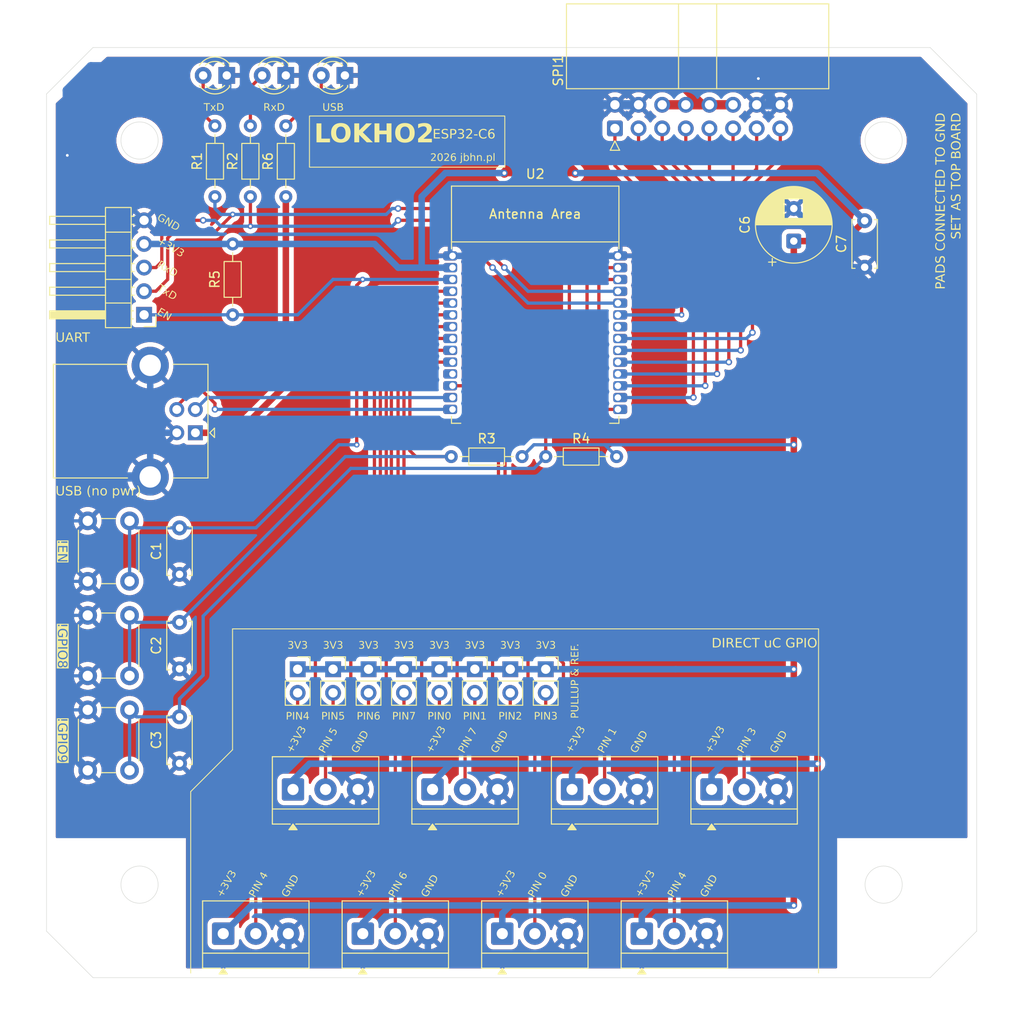
<source format=kicad_pcb>
(kicad_pcb (version 20241229) (generator "pcbnew") (generator_version "9.0")
  (layers (0 "F.Cu" signal) (2 "B.Cu" signal) (13 "F.Paste" user) (15 "B.Paste" user) (5 "F.SilkS" user "F.Silkscreen") (7 "B.SilkS" user "B.Silkscreen") (1 "F.Mask" user) (3 "B.Mask" user) (25 "Edge.Cuts" user))
  (net 0 "")
  (net 1 "SPI_MISO")
  (net 2 "GND")
  (net 3 "SPI_MOSI")
  (net 4 "SPI_SCK")
  (net 5 "SPI_S0")
  (net 6 "SPI_S1")
  (net 7 "SPI_S2")
  (net 8 "SPI_S3")
  (net 9 "GP")
  (net 10 "EN")
  (net 11 "GPIO8")
  (net 12 "GPIO9")
  (net 13 "+5V")
  (net 14 "Net-(D1-A)")
  (net 15 "Net-(D2-A)")
  (net 16 "Net-(D3-A)")
  (net 17 "U0Rxd")
  (net 18 "U0TxD")
  (net 19 "GPIO10")
  (net 20 "USBD-")
  (net 21 "USBD+")
  (net 22 "GPIO6")
  (net 23 "GPIO0")
  (net 25 "GPIO2")
  (net 26 "GPIO5")
  (net 27 "GPIO7")
  (net 28 "GPIO3")
  (net 29 "GPIO4")
  (net 30 "GPIO1")
  (net 31 "+3V3")
  (footprint "Connector_PinSocket_2.54mm:PinSocket_1x02_P2.54mm_Vertical" (layer "F.Cu") (at 138.43 116.84)
    (property "Reference" "J7" (hide yes))
    (property "Value" "PU")
  )
  (footprint "Connector_PinSocket_2.54mm:PinSocket_1x02_P2.54mm_Vertical" (layer "F.Cu") (at 134.62 116.84)
    (property "Reference" "J6" (hide yes))
    (property "Value" "PU")
  )
  (footprint "Connector_IDC:IDC-Header_2x08_P2.54mm_Horizontal" (layer "F.Cu") (at 161.11 58.6975 90)
    (property "Reference" "SPI1")
    (property "Value" "LOKHO2 SPI")
  )
  (footprint "Button_Switch_THT:SW_PUSH_6mm" (layer "F.Cu") (at 104.43 117.55 90)
    (property "Reference" "SW2" (hide yes))
    (property "Value" "!GPIO8")
  )
  (footprint "TerminalBlock_4Ucon:TerminalBlock_4Ucon_1x03_P3.50mm_Horizontal" (layer "F.Cu") (at 149 145.2675)
    (property "Reference" "J16" (hide yes))
    (property "Value" "R8")
  )
  (footprint "Resistor_THT:R_Axial_DIN0204_L3.6mm_D1.6mm_P7.62mm_Horizontal" (layer "F.Cu") (at 153.67 93.98)
    (property "Reference" "R4")
    (property "Value" "10k")
  )
  (footprint "Connector_PinSocket_2.54mm:PinSocket_1x02_P2.54mm_Vertical" (layer "F.Cu") (at 146.05 116.84)
    (property "Reference" "J9" (hide yes))
    (property "Value" "PU")
  )
  (footprint "Capacitor_THT:C_Disc_D5.0mm_W2.5mm_P5.00mm" (layer "F.Cu") (at 187.96 73.62 90)
    (property "Reference" "C7")
    (property "Value" "100n")
  )
  (footprint "Espressif:ESP32-C6-WROOM-1" (layer "F.Cu") (at 152.54 80.65)
    (property "Reference" "U2")
    (property "Value" "ESP32-C6-WROOM-1")
  )
  (footprint "Resistor_THT:R_Axial_DIN0204_L3.6mm_D1.6mm_P7.62mm_Horizontal" (layer "F.Cu") (at 120.015 78.74 90)
    (property "Reference" "R5")
    (property "Value" "10k")
  )
  (footprint "LED_THT:LED_D3.0mm" (layer "F.Cu") (at 119.38 53 180)
    (property "Reference" "D1" (hide yes))
    (property "Value" "R3")
  )
  (footprint "Capacitor_THT:C_Disc_D5.0mm_W2.5mm_P5.00mm" (layer "F.Cu") (at 114.3 126.96 90)
    (property "Reference" "C3")
    (property "Value" "100n")
  )
  (footprint "LED_THT:LED_D3.0mm" (layer "F.Cu") (at 132.08 53 180)
    (property "Reference" "D3" (hide yes))
    (property "Value" "R3")
  )
  (footprint "Resistor_THT:R_Axial_DIN0204_L3.6mm_D1.6mm_P7.62mm_Horizontal" (layer "F.Cu") (at 118.11 66.04 90)
    (property "Reference" "R1")
    (property "Value" "360")
  )
  (footprint "TerminalBlock_4Ucon:TerminalBlock_4Ucon_1x03_P3.50mm_Horizontal" (layer "F.Cu") (at 119 145.2675)
    (property "Reference" "J12" (hide yes))
    (property "Value" "R8")
  )
  (footprint "Button_Switch_THT:SW_PUSH_6mm" (layer "F.Cu") (at 104.43 107.39 90)
    (property "Reference" "SW1" (hide yes))
    (property "Value" "!EN")
  )
  (footprint "Capacitor_THT:C_Disc_D5.0mm_W2.5mm_P5.00mm" (layer "F.Cu") (at 114.3 116.8 90)
    (property "Reference" "C2")
    (property "Value" "100n")
  )
  (footprint "Connector_USB:USB_B_Lumberg_2411_02_Horizontal" (layer "F.Cu") (at 116.0075 91.42 180)
    (property "Reference" "J3" (hide yes))
    (property "Value" "USB_B")
  )
  (footprint "Resistor_THT:R_Axial_DIN0204_L3.6mm_D1.6mm_P7.62mm_Horizontal" (layer "F.Cu") (at 125.73 66.04 90)
    (property "Reference" "R6")
    (property "Value" "360")
  )
  (footprint "Connector_PinHeader_2.54mm:PinHeader_1x05_P2.54mm_Horizontal" (layer "F.Cu") (at 110.49 78.74 180)
    (property "Reference" "J1" (hide yes))
    (property "Value" "UART")
  )
  (footprint "TerminalBlock_4Ucon:TerminalBlock_4Ucon_1x03_P3.50mm_Horizontal" (layer "F.Cu") (at 134 145.2675)
    (property "Reference" "J14" (hide yes))
    (property "Value" "R8")
  )
  (footprint "Capacitor_THT:CP_Radial_D8.0mm_P3.50mm" (layer "F.Cu") (at 180.34 70.81 90)
    (property "Reference" "C6")
    (property "Value" "330u")
  )
  (footprint "TerminalBlock_4Ucon:TerminalBlock_4Ucon_1x03_P3.50mm_Horizontal" (layer "F.Cu") (at 126.5 129.7675)
    (property "Reference" "J13" (hide yes))
    (property "Value" "R8")
  )
  (footprint "TerminalBlock_4Ucon:TerminalBlock_4Ucon_1x03_P3.50mm_Horizontal" (layer "F.Cu") (at 171.5 129.7675)
    (property "Reference" "J19" (hide yes))
    (property "Value" "R8")
  )
  (footprint "Connector_PinSocket_2.54mm:PinSocket_1x02_P2.54mm_Vertical" (layer "F.Cu") (at 149.86 116.84)
    (property "Reference" "J10" (hide yes))
    (property "Value" "PU")
  )
  (footprint "Connector_PinSocket_2.54mm:PinSocket_1x02_P2.54mm_Vertical" (layer "F.Cu") (at 153.67 116.84)
    (property "Reference" "J11" (hide yes))
    (property "Value" "PU")
  )
  (footprint "TerminalBlock_4Ucon:TerminalBlock_4Ucon_1x03_P3.50mm_Horizontal" (layer "F.Cu") (at 141.5 129.7675)
    (property "Reference" "J15" (hide yes))
    (property "Value" "R8")
  )
  (footprint "Button_Switch_THT:SW_PUSH_6mm" (layer "F.Cu") (at 104.43 127.71 90)
    (property "Reference" "SW3" (hide yes))
    (property "Value" "!GPIO9")
  )
  (footprint "Connector_PinSocket_2.54mm:PinSocket_1x02_P2.54mm_Vertical" (layer "F.Cu") (at 127 116.84)
    (property "Reference" "J4" (hide yes))
    (property "Value" "PU")
  )
  (footprint "Capacitor_THT:C_Disc_D5.0mm_W2.5mm_P5.00mm" (layer "F.Cu") (at 114.3 106.64 90)
    (property "Reference" "C1")
    (property "Value" "100n")
  )
  (footprint "Resistor_THT:R_Axial_DIN0204_L3.6mm_D1.6mm_P7.62mm_Horizontal" (layer "F.Cu") (at 143.51 93.98)
    (property "Reference" "R3")
    (property "Value" "10k")
  )
  (footprint "Connector_PinSocket_2.54mm:PinSocket_1x02_P2.54mm_Vertical" (layer "F.Cu") (at 142.24 116.84)
    (property "Reference" "J8" (hide yes))
    (property "Value" "PU")
  )
  (footprint "Connector_PinSocket_2.54mm:PinSocket_1x02_P2.54mm_Vertical" (layer "F.Cu") (at 130.81 116.84)
    (property "Reference" "J5" (hide yes))
    (property "Value" "PU")
  )
  (footprint "LED_THT:LED_D3.0mm" (layer "F.Cu") (at 125.73 53 180)
    (property "Reference" "D2" (hide yes))
    (property "Value" "R3")
  )
  (footprint "TerminalBlock_4Ucon:TerminalBlock_4Ucon_1x03_P3.50mm_Horizontal" (layer "F.Cu") (at 156.5 129.7675)
    (property "Reference" "J17" (hide yes))
    (property "Value" "R8")
  )
  (footprint "Resistor_THT:R_Axial_DIN0204_L3.6mm_D1.6mm_P7.62mm_Horizontal" (layer "F.Cu") (at 121.92 66.04 90)
    (property "Reference" "R2")
    (property "Value" "360")
  )
  (footprint "TerminalBlock_4Ucon:TerminalBlock_4Ucon_1x03_P3.50mm_Horizontal" (layer "F.Cu") (at 164 145.2675)
    (property "Reference" "J18" (hide yes))
    (property "Value" "R8")
  )
  (gr_circle (center 190 60) (end 193.5 60) (stroke (width 2)) (fill no) (layers "F.Cu" "F.Mask") (net 2))
  (gr_circle (center 110 60) (end 113.5 60) (stroke (width 2)) (fill no) (layers "F.Cu" "F.Mask") (net 2))
  (gr_line (start 120 112.5) (end 183 112.5) (stroke (width 0.1)) (layer "F.SilkS"))
  (gr_line (start 115.5 130) (end 120 125.5) (stroke (width 0.1)) (layer "F.SilkS"))
  (gr_line (start 183 112.5) (end 183 149.5) (stroke (width 0.1)) (layer "F.SilkS"))
  (gr_rect (start 128.27 57.365) (end 149.27 62.865) (stroke (width 0.1)) (fill no) (layer "F.SilkS"))
  (gr_line (start 120 125.5) (end 120 112.5) (stroke (width 0.1)) (layer "F.SilkS"))
  (gr_line (start 115.5 149.5) (end 115.5 130) (stroke (width 0.1)) (layer "F.SilkS"))
  (gr_circle (center 190 140) (end 192 140) (stroke (width 0.05)) (fill no) (layer "Edge.Cuts"))
  (gr_line (start 105 150) (end 100 145) (stroke (width 0.05)) (layer "Edge.Cuts"))
  (gr_line (start 100 55) (end 105 50) (stroke (width 0.05)) (layer "Edge.Cuts"))
  (gr_line (start 195 150) (end 105 150) (stroke (width 0.05)) (layer "Edge.Cuts"))
  (gr_line (start 100 145) (end 100 55) (stroke (width 0.05)) (layer "Edge.Cuts"))
  (gr_circle (center 110 140) (end 108 140) (stroke (width 0.05)) (fill no) (layer "Edge.Cuts"))
  (gr_circle (center 110 60) (end 112 60) (stroke (width 0.05)) (fill no) (layer "Edge.Cuts"))
  (gr_line (start 195 50) (end 200 55) (stroke (width 0.05)) (layer "Edge.Cuts"))
  (gr_line (start 200 55) (end 200 145) (stroke (width 0.05)) (layer "Edge.Cuts"))
  (gr_line (start 200 145) (end 195 150) (stroke (width 0.05)) (layer "Edge.Cuts"))
  (gr_line (start 105 50) (end 195 50) (stroke (width 0.05)) (layer "Edge.Cuts"))
  (gr_circle (center 190 60) (end 192 60) (stroke (width 0.05)) (fill no) (layer "Edge.Cuts"))
  (gr_text "PIN6" (at 134.62 121.92 0) (layer "F.SilkS") (effects (font (size 0.8 0.8) (thickness 0.125))))
  (gr_text "PIN2" (at 149.86 121.92 0) (layer "F.SilkS") (effects (font (size 0.8 0.8) (thickness 0.125))))
  (gr_text "GND" (at 163.5 126 60) (layer "F.SilkS") (effects (font (size 0.8 0.8) (thickness 0.125)) (justify left bottom)))
  (gr_text "+3V3" (at 156.5 126 60) (layer "F.SilkS") (effects (font (size 0.8 0.8) (thickness 0.125)) (justify left bottom)))
  (gr_text "3V3" (at 134.62 114.3 0) (layer "F.SilkS") (effects (font (size 0.8 0.8) (thickness 0.125))))
  (gr_text "PIN4" (at 127 121.92 0) (layer "F.SilkS") (effects (font (size 0.8 0.8) (thickness 0.125))))
  (gr_text "PIN 6" (at 137.5 141.5 60) (layer "F.SilkS") (effects (font (size 0.8 0.8) (thickness 0.125)) (justify left bottom)))
  (gr_text "PIN7" (at 138.43 121.92 0) (layer "F.SilkS") (effects (font (size 0.8 0.8) (thickness 0.125))))
  (gr_text "3V3" (at 153.67 114.3 0) (layer "F.SilkS") (effects (font (size 0.8 0.8) (thickness 0.125))))
  (gr_text "GND" (at 126 141.5 60) (layer "F.SilkS") (effects (font (size 0.8 0.8) (thickness 0.125)) (justify left bottom)))
  (gr_text "DIRECT uC GPIO" (at 171.5 113.5 0) (layer "F.SilkS") (effects (font (size 1 1) (thickness 0.125)) (justify left top)))
  (gr_text "3V3" (at 142.24 114.3 0) (layer "F.SilkS") (effects (font (size 0.8 0.8) (thickness 0.125))))
  (gr_text "PIN 0" (at 152.5 141.5 60) (layer "F.SilkS") (effects (font (size 0.8 0.8) (thickness 0.125)) (justify left bottom)))
  (gr_text "GND" (at 178.5 126 60) (layer "F.SilkS") (effects (font (size 0.8 0.8) (thickness 0.125)) (justify left bottom)))
  (gr_text "PULLUP & REF." (at 156.845 118.11 90) (layer "F.SilkS") (effects (font (size 0.8 0.8) (thickness 0.125))))
  (gr_text "ESP32-C6" (at 148.27 59.365 0) (layer "F.SilkS") (effects (font (size 1 1) (thickness 0.125)) (justify right)))
  (gr_text "!GPIO8" (at 102.235 114.3 270) (layer "F.SilkS" knockout) (effects (font (size 1 1) (thickness 0.125)) (justify top)))
  (gr_text "USB (no pwr)" (at 100.965 97.155 0) (layer "F.SilkS") (effects (font (size 1 1) (thickness 0.125)) (justify left top)))
  (gr_text "+3V3" (at 171.5 126 60) (layer "F.SilkS") (effects (font (size 0.8 0.8) (thickness 0.125)) (justify left bottom)))
  (gr_text "USB" (at 130.81 56 0) (layer "F.SilkS") (effects (font (size 0.8 0.8) (thickness 0.125)) (justify top)))
  (gr_text "!EN" (at 102.235 104.14 270) (layer "F.SilkS" knockout) (effects (font (size 1 1) (thickness 0.125)) (justify top)))
  (gr_text "EN" (at 111.76 78.74 330) (layer "F.SilkS") (effects (font (size 0.8 0.8) (thickness 0.125)) (justify left bottom)))
  (gr_text "PIN1" (at 146.05 121.92 0) (layer "F.SilkS") (effects (font (size 0.8 0.8) (thickness 0.125))))
  (gr_text "UART" (at 100.965 80.645 0) (layer "F.SilkS") (effects (font (size 1 1) (thickness 0.125)) (justify left top)))
  (gr_text "RxD" (at 111.76 73.66 330) (layer "F.SilkS") (effects (font (size 0.8 0.8) (thickness 0.125)) (justify left bottom)))
  (gr_text "3V3" (at 149.86 114.3 0) (layer "F.SilkS") (effects (font (size 0.8 0.8) (thickness 0.125))))
  (gr_text "3V3" (at 127 114.3 0) (layer "F.SilkS") (effects (font (size 0.8 0.8) (thickness 0.125))))
  (gr_text "GND" (at 171 141.5 60) (layer "F.SilkS") (effects (font (size 0.8 0.8) (thickness 0.125)) (justify left bottom)))
  (gr_text "PADS CONNECTED TO GND\nSET AS TOP BOARD" (at 197 57 90) (layer "F.SilkS") (effects (font (size 1 1) (thickness 0.125)) (justify right)))
  (gr_text "!GPIO9" (at 102.235 124.46 270) (layer "F.SilkS" knockout) (effects (font (size 1 1) (thickness 0.125)) (justify top)))
  (gr_text "+3V3" (at 149 141.5 60) (layer "F.SilkS") (effects (font (size 0.8 0.8) (thickness 0.125)) (justify left bottom)))
  (gr_text "TxD" (at 111.76 76.2 330) (layer "F.SilkS") (effects (font (size 0.8 0.8) (thickness 0.125)) (justify left bottom)))
  (gr_text "+3V3" (at 119 141.5 60) (layer "F.SilkS") (effects (font (size 0.8 0.8) (thickness 0.125)) (justify left bottom)))
  (gr_text "PIN 5" (at 130 126 60) (layer "F.SilkS") (effects (font (size 0.8 0.8) (thickness 0.125)) (justify left bottom)))
  (gr_text "PIN0" (at 142.24 121.92 0) (layer "F.SilkS") (effects (font (size 0.8 0.8) (thickness 0.125))))
  (gr_text "GND" (at 111.76 68.58 330) (layer "F.SilkS") (effects (font (size 0.8 0.8) (thickness 0.125)) (justify left bottom)))
  (gr_text "PIN 1" (at 160 126 60) (layer "F.SilkS") (effects (font (size 0.8 0.8) (thickness 0.125)) (justify left bottom)))
  (gr_text "3V3" (at 130.81 114.3 0) (layer "F.SilkS") (effects (font (size 0.8 0.8) (thickness 0.125))))
  (gr_text "+3V3" (at 141.5 126 60) (layer "F.SilkS") (effects (font (size 0.8 0.8) (thickness 0.125)) (justify left bottom)))
  (gr_text "GND" (at 141 141.5 60) (layer "F.SilkS") (effects (font (size 0.8 0.8) (thickness 0.125)) (justify left bottom)))
  (gr_text "PIN 3" (at 175 126 60) (layer "F.SilkS") (effects (font (size 0.8 0.8) (thickness 0.125)) (justify left bottom)))
  (gr_text "+3V3" (at 164 141.5 60) (layer "F.SilkS") (effects (font (size 0.8 0.8) (thickness 0.125)) (justify left bottom)))
  (gr_text "PIN 4" (at 167.5 141.5 60) (layer "F.SilkS") (effects (font (size 0.8 0.8) (thickness 0.125)) (justify left bottom)))
  (gr_text "+3V3" (at 126.5 126 60) (layer "F.SilkS") (effects (font (size 0.8 0.8) (thickness 0.125)) (justify left bottom)))
  (gr_text "3V3" (at 146.05 114.3 0) (layer "F.SilkS") (effects (font (size 0.8 0.8) (thickness 0.125))))
  (gr_text "PIN3" (at 153.67 121.92 0) (layer "F.SilkS") (effects (font (size 0.8 0.8) (thickness 0.125))))
  (gr_text "PIN5" (at 130.81 121.92 0) (layer "F.SilkS") (effects (font (size 0.8 0.8) (thickness 0.125))))
  (gr_text "LOKHO2" (at 128.77 59.365 0) (layer "F.SilkS") (effects (font (size 2 2) (thickness 0.4) (bold yes)) (justify left)))
  (gr_text "TxD" (at 118 56 0) (layer "F.SilkS") (effects (font (size 0.8 0.8) (thickness 0.125)) (justify top)))
  (gr_text "GND" (at 156 141.5 60) (layer "F.SilkS") (effects (font (size 0.8 0.8) (thickness 0.125)) (justify left bottom)))
  (gr_text "2026 jbhn.pl" (at 148.27 61.865 0) (layer "F.SilkS") (effects (font (size 0.8 0.8) (thickness 0.125)) (justify right)))
  (gr_text "PIN 4" (at 122.5 141.5 60) (layer "F.SilkS") (effects (font (size 0.8 0.8) (thickness 0.125)) (justify left bottom)))
  (gr_text "PIN 7" (at 145 126 60) (layer "F.SilkS") (effects (font (size 0.8 0.8) (thickness 0.125)) (justify left bottom)))
  (gr_text "GND" (at 133.5 126 60) (layer "F.SilkS") (effects (font (size 0.8 0.8) (thickness 0.125)) (justify left bottom)))
  (gr_text "3V3" (at 138.43 114.3 0) (layer "F.SilkS") (effects (font (size 0.8 0.8) (thickness 0.125))))
  (gr_text "+3V3" (at 111.76 71.12 330) (layer "F.SilkS") (effects (font (size 0.8 0.8) (thickness 0.125)) (justify left bottom)))
  (gr_text "GND" (at 148.5 126 60) (layer "F.SilkS") (effects (font (size 0.8 0.8) (thickness 0.125)) (justify left bottom)))
  (gr_text "RxD" (at 124.46 56 0) (layer "F.SilkS") (effects (font (size 0.8 0.8) (thickness 0.125)) (justify top)))
  (gr_text "+3V3" (at 134 141.5 60) (layer "F.SilkS") (effects (font (size 0.8 0.8) (thickness 0.125)) (justify left bottom)))
  (segment (start 156.21 81.915) (end 151.76 86.365) (width 0.35) (layer "F.Cu") (net 1))
  (segment (start 161.11 62.685) (end 163.195 64.77) (width 0.35) (layer "F.Cu") (net 1))
  (segment (start 161.11 58.6975) (end 161.11 62.685) (width 0.35) (layer "F.Cu") (net 1))
  (segment (start 156.21 74.93) (end 156.21 81.915) (width 0.35) (layer "F.Cu") (net 1))
  (segment (start 151.76 86.365) (end 143.65 86.365) (width 0.35) (layer "F.Cu") (net 1))
  (segment (start 163.195 64.77) (end 163.195 67.945) (width 0.35) (layer "F.Cu") (net 1))
  (segment (start 163.195 67.945) (end 156.21 74.93) (width 0.35) (layer "F.Cu") (net 1))
  (segment (start 104.905 61.595) (end 102.235 61.595) (width 0.35) (layer "F.Cu") (net 2))
  (segment (start 106.26 129.54) (end 104.43 127.71) (width 0.35) (layer "F.Cu") (net 2))
  (segment (start 114.3 126.96) (end 111.72 129.54) (width 0.35) (layer "F.Cu") (net 2))
  (segment (start 190 56.5) (end 186.84 53.34) (width 0.35) (layer "F.Cu") (net 2))
  (segment (start 111.72 109.22) (end 106.26 109.22) (width 0.35) (layer "F.Cu") (net 2))
  (segment (start 186.84 53.34) (end 176.53 53.34) (width 0.35) (layer "F.Cu") (net 2))
  (segment (start 106.5 60) (end 104.905 61.595) (width 0.35) (layer "F.Cu") (net 2))
  (segment (start 106.26 119.38) (end 111.72 119.38) (width 0.35) (layer "F.Cu") (net 2))
  (segment (start 114.3 116.8) (end 111.72 119.38) (width 0.35) (layer "F.Cu") (net 2))
  (segment (start 111.72 129.54) (end 106.26 129.54) (width 0.35) (layer "F.Cu") (net 2))
  (segment (start 106.26 109.22) (end 104.43 107.39) (width 0.35) (layer "F.Cu") (net 2))
  (segment (start 114.3 106.64) (end 111.72 109.22) (width 0.35) (layer "F.Cu") (net 2))
  (segment (start 104.43 117.55) (end 106.26 119.38) (width 0.35) (layer "F.Cu") (net 2))
  (via (at 102.235 61.595) (size 0.6) (drill 0.3) (layers "F.Cu" "B.Cu") (net 2))
  (via (at 176.53 53.34) (size 0.6) (drill 0.3) (layers "F.Cu" "B.Cu") (net 2))
  (segment (start 102.235 61.595) (end 102.235 68.58) (width 1) (layer "B.Cu") (net 2))
  (segment (start 102.235 107.95) (end 102.235 111.76) (width 1) (layer "B.Cu") (net 2))
  (segment (start 198.12 85.09) (end 198.12 90.17) (width 0.7) (layer "B.Cu") (net 2))
  (segment (start 104.43 107.39) (end 102.795 107.39) (width 0.35) (layer "B.Cu") (net 2))
  (segment (start 141 145.2675) (end 141 147.35) (width 0.7) (layer "B.Cu") (net 2))
  (segment (start 102.235 54.61) (end 102.235 61.595) (width 1) (layer "B.Cu") (net 2))
  (segment (start 153.67 67.31) (end 153.67 72.4) (width 1) (layer "B.Cu") (net 2))
  (segment (start 102.235 117.475) (end 102.235 121.285) (width 1) (layer "B.Cu") (net 2))
  (segment (start 132.08 53) (end 132.08 54.8875) (width 1) (layer "B.Cu") (net 2))
  (segment (start 126 147.59) (end 126 145.2675) (width 0.7) (layer "B.Cu") (net 2))
  (segment (start 182.88 148.59) (end 172.72 148.59) (width 0.7) (layer "B.Cu") (net 2))
  (segment (start 180.34 67.31) (end 153.67 67.31) (width 0.7) (layer "B.Cu") (net 2))
  (segment (start 115.57 55.88) (end 111.76 52.07) (width 1) (layer "B.Cu") (net 2))
  (segment (start 111.76 52.07) (end 104.775 52.07) (width 1) (layer "B.Cu") (net 2))
  (segment (start 198.12 90.17) (end 198.12 110.49) (width 0.7) (layer "B.Cu") (net 2))
  (segment (start 104.775 52.07) (end 102.235 54.61) (width 1) (layer "B.Cu") (net 2))
  (segment (start 177.8 54.61) (end 176.53 53.34) (width 1) (layer "B.Cu") (net 2))
  (segment (start 178.5 129.7675) (end 178.5 131.51) (width 0.7) (layer "B.Cu") (net 2))
  (segment (start 172.72 148.59) (end 157.48 148.59) (width 0.7) (layer "B.Cu") (net 2))
  (segment (start 178.89 56.1575) (end 177.8 56.1575) (width 1) (layer "B.Cu") (net 2))
  (segment (start 186.65 73.62) (end 180.34 67.31) (width 0.7) (layer "B.Cu") (net 2))
  (segment (start 163.83 132.08) (end 148.59 132.08) (width 0.7) (layer "B.Cu") (net 2))
  (segment (start 102.235 121.285) (end 102.235 125.515) (width 1) (layer "B.Cu") (net 2))
  (segment (start 186.65 73.62) (end 198.12 85.09) (width 0.7) (layer "B.Cu") (net 2))
  (segment (start 148.5 131.99) (end 148.59 132.08) (width 0.7) (layer "B.Cu") (net 2))
  (segment (start 141 147.35) (end 142.24 148.59) (width 0.7) (layer "B.Cu") (net 2))
  (segment (start 161.11 56.1575) (end 153.67 56.1575) (width 1) (layer "B.Cu") (net 2))
  (segment (start 177.8 56.1575) (end 177.8 54.61) (width 1) (layer "B.Cu") (net 2))
  (segment (start 148.59 132.08) (end 133.65 132.08) (width 0.7) (layer "B.Cu") (net 2))
  (segment (start 163.5 129.7675) (end 163.5 131.75) (width 0.7) (layer "B.Cu") (net 2))
  (segment (start 102.585 96.17) (end 111.1475 96.17) (width 1) (layer "B.Cu") (net 2))
  (segment (start 163.5 131.75) (end 163.83 132.08) (width 0.7) (layer "B.Cu") (net 2))
  (segment (start 125.73 54.8875) (end 127 56.1575) (width 1) (layer "B.Cu") (net 2))
  (segment (start 102.235 68.58) (end 110.49 68.58) (width 1) (layer "B.Cu") (net 2))
  (segment (start 182.88 132.08) (end 179.07 132.08) (width 0.7) (layer "B.Cu") (net 2))
  (segment (start 102.31 117.55) (end 102.235 117.475) (width 0.35) (layer "B.Cu") (net 2))
  (segment (start 102.235 125.515) (end 104.43 127.71) (width 1) (layer "B.Cu") (net 2))
  (segment (start 193.04 132.08) (end 182.88 132.08) (width 0.7) (layer "B.Cu") (net 2))
  (segment (start 182.88 132.08) (end 182.88 148.59) (width 0.7) (layer "B.Cu") (net 2))
  (segment (start 132.08 54.8875) (end 133.35 56.1575) (width 1) (layer "B.Cu") (net 2))
  (segment (start 104.43 111.05) (end 102.945 111.05) (width 0.35) (layer "B.Cu") (net 2))
  (segment (start 102.235 111.76) (end 102.235 117.475) (width 1) (layer "B.Cu") (net 2))
  (segment (start 179.07 132.08) (end 163.83 132.08) (width 0.7) (layer "B.Cu") (net 2))
  (segment (start 133.65 132.08) (end 133.5 131.93) (width 0.7) (layer "B.Cu") (net 2))
  (segment (start 102.235 100.965) (end 102.235 107.95) (width 1) (layer "B.Cu") (net 2))
  (segment (start 195.58 125.73) (end 195.58 129.54) (width 0.7) (layer "B.Cu") (net 2))
  (segment (start 102.31 100.89) (end 102.235 100.965) (width 0.35) (layer "B.Cu") (net 2))
  (segment (start 148.5 129.7675) (end 148.5 131.99) (width 0.7) (layer "B.Cu") (net 2))
  (segment (start 102.795 107.39) (end 102.235 107.95) (width 0.35) (layer "B.Cu") (net 2))
  (segment (start 111.1675 91.42) (end 111.1475 91.44) (width 0.7) (layer "B.Cu") (net 2))
  (segment (start 153.67 56.1575) (end 153.67 67.31) (width 1) (layer "B.Cu") (net 2))
  (segment (start 176.53 53.34) (end 156.4875 53.34) (width 1) (layer "B.Cu") (net 2))
  (segment (start 127 56.1575) (end 133.35 56.1575) (width 1) (layer "B.Cu") (net 2))
  (segment (start 153.67 56.1575) (end 133.35 56.1575) (width 1) (layer "B.Cu") (net 2))
  (segment (start 111.1475 91.44) (end 111.1475 96.17) (width 0.7) (layer "B.Cu") (net 2))
  (segment (start 198.12 123.19) (end 195.58 125.73) (width 0.7) (layer "B.Cu") (net 2))
  (segment (start 198.12 110.49) (end 198.12 123.19) (width 0.7) (layer "B.Cu") (net 2))
  (segment (start 133.5 131.93) (end 133.5 129.7675) (width 0.7) (layer "B.Cu") (net 2))
  (segment (start 102.235 96.52) (end 102.585 96.17) (width 1) (layer "B.Cu") (net 2))
  (segment (start 171 146.87) (end 172.72 148.59) (width 0.7) (layer "B.Cu") (net 2))
  (segment (start 104.43 100.89) (end 102.31 100.89) (width 0.35) (layer "B.Cu") (net 2))
  (segment (start 125.73 53) (end 125.73 54.8875) (width 1) (layer "B.Cu") (net 2))
  (segment (start 102.235 68.58) (end 102.235 96.52) (width 1) (layer "B.Cu") (net 2))
  (segment (start 195.58 129.54) (end 193.04 132.08) (width 0.7) (layer "B.Cu") (net 2))
  (segment (start 143.65 72.4) (end 153.67 72.4) (width 0.7) (layer "B.Cu") (net 2))
  (segment (start 142.24 148.59) (end 127 148.59) (width 0.7) (layer "B.Cu") (net 2))
  (segment (start 102.31 121.21) (end 102.235 121.285) (width 0.35) (layer "B.Cu") (net 2))
  (segment (start 171 145.2675) (end 171 146.87) (width 0.7) (layer "B.Cu") (net 2))
  (segment (start 156.4875 53.34) (end 153.67 56.1575) (width 1) (layer "B.Cu") (net 2))
  (segment (start 127 56.1575) (end 119.6575 56.1575) (width 1) (layer "B.Cu") (net 2))
  (segment (start 163.65 56.1575) (end 161.11 56.1575) (width 1) (layer "B.Cu") (net 2))
  (segment (start 119.38 55.88) (end 115.57 55.88) (width 1) (layer "B.Cu") (net 2))
  (segment (start 102.235 96.52) (end 102.235 100.965) (width 1) (layer "B.Cu") (net 2))
  (segment (start 178.5 131.51) (end 179.07 132.08) (width 0.7) (layer "B.Cu") (net 2))
  (segment (start 153.67 72.4) (end 161.43 72.4) (width 0.7) (layer "B.Cu") (net 2))
  (segment (start 187.96 73.62) (end 186.65 73.62) (width 0.7) (layer "B.Cu") (net 2))
  (segment (start 156 147.11) (end 157.48 148.59) (width 0.7) (layer "B.Cu") (net 2))
  (segment (start 177.8 56.1575) (end 176.35 56.1575) (width 1) (layer "B.Cu") (net 2))
  (segment (start 156 145.2675) (end 156 147.11) (width 0.7) (layer "B.Cu") (net 2))
  (segment (start 102.945 111.05) (end 102.235 111.76) (width 0.35) (layer "B.Cu") (net 2))
  (segment (start 119.38 55.88) (end 119.38 53) (width 1) (layer "B.Cu") (net 2))
  (segment (start 119.6575 56.1575) (end 119.38 55.88) (width 1) (layer "B.Cu") (net 2))
  (segment (start 104.43 121.21) (end 102.31 121.21) (width 0.35) (layer "B.Cu") (net 2))
  (segment (start 111.1475 84.17) (end 111.1475 91.44) (width 0.7) (layer "B.Cu") (net 2))
  (segment (start 104.43 117.55) (end 102.31 117.55) (width 0.35) (layer "B.Cu") (net 2))
  (segment (start 127 148.59) (end 126 147.59) (width 0.7) (layer "B.Cu") (net 2))
  (segment (start 114.0075 91.42) (end 111.1675 91.42) (width 0.7) (layer "B.Cu") (net 2))
  (segment (start 157.48 148.59) (end 142.24 148.59) (width 0.7) (layer "B.Cu") (net 2))
  (segment (start 168.275 78.74) (end 168.275 64.77) (width 0.35) (layer "F.Cu") (net 3))
  (segment (start 168.275 64.77) (end 163.65 60.145) (width 0.35) (layer "F.Cu") (net 3))
  (segment (start 163.65 60.145) (end 163.65 58.6975) (width 0.35) (layer "F.Cu") (net 3))
  (via (at 168.275 78.74) (size 0.6) (drill 0.3) (layers "F.Cu" "B.Cu") (net 3))
  (segment (start 168.265 78.75) (end 168.275 78.74) (width 0.35) (layer "B.Cu") (net 3))
  (segment (start 161.43 78.75) (end 168.265 78.75) (width 0.35) (layer "B.Cu") (net 3))
  (segment (start 169.545 64.77) (end 166.19 61.415) (width 0.35) (layer "F.Cu") (net 4))
  (segment (start 169.545 87.63) (end 169.545 64.77) (width 0.35) (layer "F.Cu") (net 4))
  (segment (start 166.19 61.415) (end 166.19 58.6975) (width 0.35) (layer "F.Cu") (net 4))
  (via (at 169.545 87.63) (size 0.7) (drill 0.4) (layers "F.Cu" "B.Cu") (net 4))
  (segment (start 161.43 87.635) (end 169.54 87.635) (width 0.35) (layer "B.Cu") (net 4))
  (segment (start 169.54 87.635) (end 169.545 87.63) (width 0.35) (layer "B.Cu") (net 4))
  (segment (start 168.73 62.685) (end 168.73 58.6975) (width 0.35) (layer "F.Cu") (net 5))
  (segment (start 170.815 64.77) (end 168.73 62.685) (width 0.35) (layer "F.Cu") (net 5))
  (segment (start 170.815 86.36) (end 170.815 64.77) (width 0.35) (layer "F.Cu") (net 5))
  (via (at 170.815 86.36) (size 0.7) (drill 0.4) (layers "F.Cu" "B.Cu") (net 5))
  (segment (start 170.805 86.37) (end 170.815 86.36) (width 0.35) (layer "B.Cu") (net 5))
  (segment (start 161.43 86.37) (end 170.805 86.37) (width 0.35) (layer "B.Cu") (net 5))
  (segment (start 171.27 63.955) (end 171.27 58.6975) (width 0.35) (layer "F.Cu") (net 6))
  (segment (start 172.085 64.77) (end 171.27 63.955) (width 0.35) (layer "F.Cu") (net 6))
  (segment (start 172.085 85.09) (end 172.085 64.77) (width 0.35) (layer "F.Cu") (net 6))
  (via (at 172.085 85.09) (size 0.7) (drill 0.4) (layers "F.Cu" "B.Cu") (net 6))
  (segment (start 172.075 85.1) (end 172.085 85.09) (width 0.35) (layer "B.Cu") (net 6))
  (segment (start 161.43 85.1) (end 172.075 85.1) (width 0.35) (layer "B.Cu") (net 6))
  (segment (start 173.355 64.77) (end 173.81 64.315) (width 0.35) (layer "F.Cu") (net 7))
  (segment (start 173.355 83.82) (end 173.355 64.77) (width 0.35) (layer "F.Cu") (net 7))
  (segment (start 173.81 64.315) (end 173.81 58.6975) (width 0.35) (layer "F.Cu") (net 7))
  (via (at 173.355 83.82) (size 0.7) (drill 0.4) (layers "F.Cu" "B.Cu") (net 7))
  (segment (start 161.43 83.83) (end 173.345 83.83) (width 0.35) (layer "B.Cu") (net 7))
  (segment (start 173.345 83.83) (end 173.355 83.82) (width 0.35) (layer "B.Cu") (net 7))
  (segment (start 174.625 82.55) (end 174.625 64.77) (width 0.35) (layer "F.Cu") (net 8))
  (segment (start 174.625 64.77) (end 176.35 63.045) (width 0.35) (layer "F.Cu") (net 8))
  (segment (start 176.35 63.045) (end 176.35 58.6975) (width 0.35) (layer "F.Cu") (net 8))
  (via (at 174.625 82.55) (size 0.7) (drill 0.4) (layers "F.Cu" "B.Cu") (net 8))
  (segment (start 174.615 82.56) (end 174.625 82.55) (width 0.35) (layer "B.Cu") (net 8))
  (segment (start 161.43 82.56) (end 174.615 82.56) (width 0.35) (layer "B.Cu") (net 8))
  (segment (start 175.895 80.645) (end 175.895 64.77) (width 0.35) (layer "F.Cu") (net 9))
  (segment (start 175.895 64.77) (end 178.89 61.775) (width 0.35) (layer "F.Cu") (net 9))
  (segment (start 178.89 61.775) (end 178.89 58.6975) (width 0.35) (layer "F.Cu") (net 9))
  (via (at 175.895 80.645) (size 0.7) (drill 0.4) (layers "F.Cu" "B.Cu") (net 9))
  (segment (start 175.25 81.29) (end 175.895 80.645) (width 0.35) (layer "B.Cu") (net 9))
  (segment (start 161.43 81.29) (end 175.25 81.29) (width 0.35) (layer "B.Cu") (net 9))
  (segment (start 133.35 75.57) (end 133.985 74.935) (width 0.35) (layer "F.Cu") (net 10))
  (segment (start 133.35 92.71) (end 133.35 75.57) (width 0.35) (layer "F.Cu") (net 10))
  (via (at 133.985 74.935) (size 0.6) (drill 0.3) (layers "F.Cu" "B.Cu") (net 10))
  (via (at 133.35 92.71) (size 0.6) (drill 0.3) (layers "F.Cu" "B.Cu") (net 10))
  (segment (start 133.985 74.935) (end 143.65 74.935) (width 0.35) (layer "B.Cu") (net 10))
  (segment (start 130.815 74.935) (end 133.985 74.935) (width 0.35) (layer "B.Cu") (net 10))
  (segment (start 122.515 101.64) (end 124.46 99.695) (width 0.35) (layer "B.Cu") (net 10))
  (segment (start 130.81 74.93) (end 130.815 74.935) (width 0.35) (layer "B.Cu") (net 10))
  (segment (start 116.84 78.74) (end 127 78.74) (width 0.35) (layer "B.Cu") (net 10))
  (segment (start 127 78.74) (end 130.81 74.93) (width 0.35) (layer "B.Cu") (net 10))
  (segment (start 110.49 78.74) (end 116.84 78.74) (width 0.35) (layer "B.Cu") (net 10))
  (segment (start 109.68 101.64) (end 108.93 100.89) (width 0.35) (layer "B.Cu") (net 10))
  (segment (start 131.445 92.71) (end 133.35 92.71) (width 0.35) (layer "B.Cu") (net 10))
  (segment (start 114.3 101.64) (end 122.515 101.64) (width 0.35) (layer "B.Cu") (net 10))
  (segment (start 108.93 107.39) (end 108.93 100.89) (width 0.35) (layer "B.Cu") (net 10))
  (segment (start 114.3 101.64) (end 109.68 101.64) (width 0.35) (layer "B.Cu") (net 10))
  (segment (start 124.46 99.695) (end 131.445 92.71) (width 0.35) (layer "B.Cu") (net 10))
  (segment (start 139.065 84.455) (end 139.7 83.82) (width 0.35) (layer "F.Cu") (net 11))
  (segment (start 139.7 93.98) (end 139.065 93.345) (width 0.35) (layer "F.Cu") (net 11))
  (segment (start 139.065 93.345) (end 139.065 84.455) (width 0.35) (layer "F.Cu") (net 11))
  (segment (start 139.705 83.825) (end 143.65 83.825) (width 0.35) (layer "F.Cu") (net 11))
  (segment (start 143.51 93.98) (end 139.7 93.98) (width 0.35) (layer "F.Cu") (net 11))
  (segment (start 139.7 83.82) (end 139.705 83.825) (width 0.35) (layer "F.Cu") (net 11))
  (segment (start 143.51 93.98) (end 132.12 93.98) (width 0.35) (layer "B.Cu") (net 11))
  (segment (start 108.93 117.55) (end 108.93 111.05) (width 0.35) (layer "B.Cu") (net 11))
  (segment (start 132.12 93.98) (end 114.3 111.8) (width 0.35) (layer "B.Cu") (net 11))
  (segment (start 109.68 111.8) (end 108.93 111.05) (width 0.35) (layer "B.Cu") (net 11))
  (segment (start 114.3 111.8) (end 109.68 111.8) (width 0.35) (layer "B.Cu") (net 11))
  (segment (start 154.305 88.9) (end 154.31 88.905) (width 0.35) (layer "F.Cu") (net 12))
  (segment (start 154.31 88.905) (end 161.43 88.905) (width 0.35) (layer "F.Cu") (net 12))
  (segment (start 153.67 89.535) (end 154.305 88.9) (width 0.35) (layer "F.Cu") (net 12))
  (segment (start 153.67 93.98) (end 153.67 89.535) (width 0.35) (layer "F.Cu") (net 12))
  (segment (start 114.3 121.96) (end 109.68 121.96) (width 0.35) (layer "B.Cu") (net 12))
  (segment (start 114.3 121.96) (end 114.3 120.015) (width 0.35) (layer "B.Cu") (net 12))
  (segment (start 116.84 111.125) (end 132.715 95.25) (width 0.35) (layer "B.Cu") (net 12))
  (segment (start 114.3 120.015) (end 116.84 117.475) (width 0.35) (layer "B.Cu") (net 12))
  (segment (start 108.93 127.71) (end 108.93 121.21) (width 0.35) (layer "B.Cu") (net 12))
  (segment (start 152.4 95.25) (end 153.67 93.98) (width 0.35) (layer "B.Cu") (net 12))
  (segment (start 116.84 117.475) (end 116.84 111.125) (width 0.35) (layer "B.Cu") (net 12))
  (segment (start 132.715 95.25) (end 152.4 95.25) (width 0.35) (layer "B.Cu") (net 12))
  (segment (start 109.68 121.96) (end 108.93 121.21) (width 0.35) (layer "B.Cu") (net 12))
  (segment (start 125.73 86.27) (end 120.58 91.42) (width 0.7) (layer "F.Cu") (net 13))
  (segment (start 120.58 91.42) (end 116.0075 91.42) (width 0.7) (layer "F.Cu") (net 13))
  (segment (start 125.73 66.04) (end 125.73 86.27) (width 0.7) (layer "F.Cu") (net 13))
  (segment (start 118.11 58.42) (end 116.84 57.15) (width 0.35) (layer "F.Cu") (net 14))
  (segment (start 116.84 57.15) (end 116.84 53) (width 0.35) (layer "F.Cu") (net 14))
  (segment (start 121.92 58.42) (end 121.92 54.27) (width 0.35) (layer "F.Cu") (net 15))
  (segment (start 121.92 54.27) (end 123.19 53) (width 0.35) (layer "F.Cu") (net 15))
  (segment (start 129.54 54.61) (end 129.54 53) (width 0.35) (layer "F.Cu") (net 16))
  (segment (start 125.73 58.42) (end 129.54 54.61) (width 0.35) (layer "F.Cu") (net 16))
  (segment (start 112.395 69.215) (end 113.03 68.58) (width 0.35) (layer "F.Cu") (net 17))
  (segment (start 113.03 68.58) (end 116.84 68.58) (width 0.35) (layer "F.Cu") (net 17))
  (segment (start 112.395 73.025) (end 112.395 69.215) (width 0.35) (layer "F.Cu") (net 17))
  (segment (start 147.955 73.66) (end 142.875 68.58) (width 0.35) (layer "F.Cu") (net 17))
  (segment (start 142.875 68.58) (end 137.795 68.58) (width 0.35) (layer "F.Cu") (net 17))
  (segment (start 111.76 73.66) (end 112.395 73.025) (width 0.35) (layer "F.Cu") (net 17))
  (segment (start 121.92 66.04) (end 121.92 69.215) (width 0.35) (layer "F.Cu") (net 17))
  (segment (start 110.49 73.66) (end 111.76 73.66) (width 0.35) (layer "F.Cu") (net 17))
  (via (at 121.92 69.215) (size 0.6) (drill 0.3) (layers "F.Cu" "B.Cu") (net 17))
  (via (at 137.795 68.58) (size 0.7) (drill 0.4) (layers "F.Cu" "B.Cu") (net 17))
  (via (at 147.955 73.66) (size 0.7) (drill 0.4) (layers "F.Cu" "B.Cu") (net 17))
  (via (at 116.84 68.58) (size 0.7) (drill 0.4) (layers "F.Cu" "B.Cu") (net 17))
  (segment (start 118.11 68.58) (end 118.745 69.215) (width 0.35) (layer "B.Cu") (net 17))
  (segment (start 121.92 69.215) (end 137.16 69.215) (width 0.35) (layer "B.Cu") (net 17))
  (segment (start 116.84 68.58) (end 118.11 68.58) (width 0.35) (layer "B.Cu") (net 17))
  (segment (start 118.745 69.215) (end 121.92 69.215) (width 0.35) (layer "B.Cu") (net 17))
  (segment (start 137.16 69.215) (end 137.795 68.58) (width 0.35) (layer "B.Cu") (net 17))
  (segment (start 151.775 77.48) (end 147.955 73.66) (width 0.35) (layer "B.Cu") (net 17))
  (segment (start 161.43 77.48) (end 151.775 77.48) (width 0.35) (layer "B.Cu") (net 17))
  (segment (start 118.11 69.85) (end 113.665 69.85) (width 0.35) (layer "F.Cu") (net 18))
  (segment (start 143.51 67.945) (end 142.875 67.31) (width 0.35) (layer "F.Cu") (net 18))
  (segment (start 113.665 69.85) (end 113.03 70.485) (width 0.35) (layer "F.Cu") (net 18))
  (segment (start 142.875 67.31) (end 137.795 67.31) (width 0.35) (layer "F.Cu") (net 18))
  (segment (start 111.76 76.2) (end 110.49 76.2) (width 0.35) (layer "F.Cu") (net 18))
  (segment (start 149.225 73.66) (end 143.51 67.945) (width 0.35) (layer "F.Cu") (net 18))
  (segment (start 120.015 67.945) (end 118.11 69.85) (width 0.35) (layer "F.Cu") (net 18))
  (segment (start 113.03 70.485) (end 113.03 74.93) (width 0.35) (layer "F.Cu") (net 18))
  (segment (start 113.03 74.93) (end 111.76 76.2) (width 0.35) (layer "F.Cu") (net 18))
  (via (at 149.225 73.66) (size 0.7) (drill 0.4) (layers "F.Cu" "B.Cu") (net 18))
  (via (at 137.795 67.31) (size 0.7) (drill 0.4) (layers "F.Cu" "B.Cu") (net 18))
  (via (at 120.015 67.945) (size 0.6) (drill 0.3) (layers "F.Cu" "B.Cu") (net 18))
  (segment (start 118.11 67.31) (end 118.11 66.04) (width 0.35) (layer "B.Cu") (net 18))
  (segment (start 151.775 76.21) (end 149.225 73.66) (width 0.35) (layer "B.Cu") (net 18))
  (segment (start 161.43 76.21) (end 151.775 76.21) (width 0.35) (layer "B.Cu") (net 18))
  (segment (start 120.015 67.945) (end 136.525 67.945) (width 0.35) (layer "B.Cu") (net 18))
  (segment (start 137.795 67.31) (end 137.16 67.31) (width 0.35) (layer "B.Cu") (net 18))
  (segment (start 118.745 67.945) (end 120.015 67.945) (width 0.35) (layer "B.Cu") (net 18))
  (segment (start 137.16 67.31) (end 136.525 67.945) (width 0.35) (layer "B.Cu") (net 18))
  (segment (start 118.11 67.31) (end 118.745 67.945) (width 0.35) (layer "B.Cu") (net 18))
  (segment (start 117.2925 87.635) (end 143.65 87.635) (width 0.35) (layer "B.Cu") (net 20))
  (segment (start 116.0075 88.92) (end 117.2925 87.635) (width 0.35) (layer "B.Cu") (net 20))
  (segment (start 118.11 88.265) (end 116.84 86.995) (width 0.35) (layer "F.Cu") (net 21))
  (segment (start 115.57 86.995) (end 114.0075 88.5575) (width 0.35) (layer "F.Cu") (net 21))
  (segment (start 116.84 86.995) (end 115.57 86.995) (width 0.35) (layer "F.Cu") (net 21))
  (segment (start 118.11 88.9) (end 118.11 88.265) (width 0.35) (layer "F.Cu") (net 21))
  (segment (start 114.0075 88.5575) (end 114.0075 88.92) (width 0.35) (layer "F.Cu") (net 21))
  (via (at 118.11 88.9) (size 0.7) (drill 0.4) (layers "F.Cu" "B.Cu") (net 21))
  (segment (start 143.65 88.905) (end 118.115 88.905) (width 0.35) (layer "B.Cu") (net 21))
  (segment (start 118.115 88.905) (end 118.11 88.9) (width 0.35) (layer "B.Cu") (net 21))
  (segment (start 136.525 123.825) (end 134.62 121.92) (width 0.35) (layer "F.Cu") (net 22))
  (segment (start 136.525 120.015) (end 136.525 123.825) (width 0.35) (layer "F.Cu") (net 22))
  (segment (start 137.5 124.8) (end 136.525 123.825) (width 0.35) (layer "F.Cu") (net 22))
  (segment (start 134.62 121.92) (end 134.62 119.38) (width 0.35) (layer "F.Cu") (net 22))
  (segment (start 136.525 79.375) (end 137.16 78.74) (width 0.35) (layer "F.Cu") (net 22))
  (segment (start 136.525 120.015) (end 136.525 79.375) (width 0.35) (layer "F.Cu") (net 22))
  (segment (start 137.16 78.74) (end 143.645 78.74) (width 0.35) (layer "F.Cu") (net 22))
  (segment (start 137.5 145.2675) (end 137.5 124.8) (width 0.35) (layer "F.Cu") (net 22))
  (segment (start 143.645 78.74) (end 143.65 78.745) (width 0.35) (layer "F.Cu") (net 22))
  (segment (start 152.5 145.2675) (end 152.5 124.56) (width 0.35) (layer "F.Cu") (net 23))
  (segment (start 143.645 81.28) (end 143.65 81.285) (width 0.35) (layer "F.Cu") (net 23))
  (segment (start 144.145 108.585) (end 137.795 102.235) (width 0.35) (layer "F.Cu") (net 23))
  (segment (start 151.765 123.825) (end 144.145 123.825) (width 0.35) (layer "F.Cu") (net 23))
  (segment (start 137.795 81.915) (end 138.43 81.28) (width 0.35) (layer "F.Cu") (net 23))
  (segment (start 144.145 123.825) (end 144.145 108.585) (width 0.35) (layer "F.Cu") (net 23))
  (segment (start 138.43 81.28) (end 143.645 81.28) (width 0.35) (layer "F.Cu") (net 23))
  (segment (start 137.795 102.235) (end 137.795 81.915) (width 0.35) (layer "F.Cu") (net 23))
  (segment (start 152.5 124.56) (end 151.765 123.825) (width 0.35) (layer "F.Cu") (net 23))
  (segment (start 142.24 121.92) (end 142.24 119.38) (width 0.35) (layer "F.Cu") (net 23))
  (segment (start 144.145 123.825) (end 142.24 121.92) (width 0.35) (layer "F.Cu") (net 23))
  (segment (start 151.765 113.665) (end 148.59 110.49) (width 0.35) (layer "F.Cu") (net 25))
  (segment (start 149.86 121.92) (end 149.86 119.38) (width 0.35) (layer "F.Cu") (net 25))
  (segment (start 151.765 122.555) (end 151.765 113.665) (width 0.35) (layer "F.Cu") (net 25))
  (segment (start 167.005 122.555) (end 151.765 122.555) (width 0.35) (layer "F.Cu") (net 25))
  (segment (start 151.765 122.555) (end 150.495 122.555) (width 0.35) (layer "F.Cu") (net 25))
  (segment (start 167.5 123.05) (end 167.005 122.555) (width 0.35) (layer "F.Cu") (net 25))
  (segment (start 158.115 81.915) (end 158.115 74.94) (width 0.35) (layer "F.Cu") (net 25))
  (segment (start 167.5 145.2675) (end 167.5 123.05) (width 0.35) (layer "F.Cu") (net 25))
  (segment (start 158.115 74.94) (end 159.385 73.67) (width 0.35) (layer "F.Cu") (net 25))
  (segment (start 150.495 122.555) (end 149.86 121.92) (width 0.35) (layer "F.Cu") (net 25))
  (segment (start 159.385 73.67) (end 161.43 73.67) (width 0.35) (layer "F.Cu") (net 25))
  (segment (start 148.59 91.44) (end 158.115 81.915) (width 0.35) (layer "F.Cu") (net 25))
  (segment (start 148.59 110.49) (end 148.59 91.44) (width 0.35) (layer "F.Cu") (net 25))
  (segment (start 130 129.7675) (end 130 122.73) (width 0.35) (layer "F.Cu") (net 26))
  (segment (start 130 122.73) (end 130.81 121.92) (width 0.35) (layer "F.Cu") (net 26))
  (segment (start 130.81 121.92) (end 130.81 119.38) (width 0.35) (layer "F.Cu") (net 26))
  (segment (start 132.715 120.015) (end 130.81 121.92) (width 0.35) (layer "F.Cu") (net 26))
  (segment (start 143.65 77.475) (end 136.52 77.475) (width 0.35) (layer "F.Cu") (net 26))
  (segment (start 132.715 106.68) (end 132.715 120.015) (width 0.35) (layer "F.Cu") (net 26))
  (segment (start 136.52 77.475) (end 135.89 78.105) (width 0.35) (layer "F.Cu") (net 26))
  (segment (start 135.89 103.505) (end 132.715 106.68) (width 0.35) (layer "F.Cu") (net 26))
  (segment (start 135.89 78.105) (end 135.89 103.505) (width 0.35) (layer "F.Cu") (net 26))
  (segment (start 140.335 123.825) (end 138.43 121.92) (width 0.35) (layer "F.Cu") (net 27))
  (segment (start 137.076 80.729) (end 137.795 80.01) (width 0.35) (layer "F.Cu") (net 27))
  (segment (start 143.645 80.01) (end 143.65 80.015) (width 0.35) (layer "F.Cu") (net 27))
  (segment (start 145 129.7675) (end 145 125.315) (width 0.35) (layer "F.Cu") (net 27))
  (segment (start 138.43 121.92) (end 138.43 119.38) (width 0.35) (layer "F.Cu") (net 27))
  (segment (start 137.795 80.01) (end 143.645 80.01) (width 0.35) (layer "F.Cu") (net 27))
  (segment (start 140.97 124.46) (end 140.335 123.825) (width 0.35) (layer "F.Cu") (net 27))
  (segment (start 144.145 124.46) (end 140.97 124.46) (width 0.35) (layer "F.Cu") (net 27))
  (segment (start 140.335 106.045) (end 137.076 102.786) (width 0.35) (layer "F.Cu") (net 27))
  (segment (start 140.335 123.825) (end 140.335 106.045) (width 0.35) (layer "F.Cu") (net 27))
  (segment (start 145 125.315) (end 144.145 124.46) (width 0.35) (layer "F.Cu") (net 27))
  (segment (start 137.076 102.786) (end 137.076 80.729) (width 0.35) (layer "F.Cu") (net 27))
  (segment (start 159.385 74.94) (end 161.43 74.94) (width 0.35) (layer "F.Cu") (net 28))
  (segment (start 159.385 81.987116) (end 159.385 74.94) (width 0.35) (layer "F.Cu") (net 28))
  (segment (start 155.575 121.92) (end 173.355 121.92) (width 0.35) (layer "F.Cu") (net 28))
  (segment (start 155.575 116.205) (end 149.297116 109.927116) (width 0.35) (layer "F.Cu") (net 28))
  (segment (start 175 123.565) (end 175 129.7675) (width 0.35) (layer "F.Cu") (net 28))
  (segment (start 173.355 121.92) (end 175 123.565) (width 0.35) (layer "F.Cu") (net 28))
  (segment (start 149.297116 92.075) (end 159.385 81.987116) (width 0.35) (layer "F.Cu") (net 28))
  (segment (start 154.305 121.92) (end 155.575 121.92) (width 0.35) (layer "F.Cu") (net 28))
  (segment (start 153.67 121.285) (end 154.305 121.92) (width 0.35) (layer "F.Cu") (net 28))
  (segment (start 155.575 121.92) (end 155.575 116.205) (width 0.35) (layer "F.Cu") (net 28))
  (segment (start 153.67 119.38) (end 153.67 121.285) (width 0.35) (layer "F.Cu") (net 28))
  (segment (start 149.297116 109.927116) (end 149.297116 92.075) (width 0.35) (layer "F.Cu") (net 28))
  (segment (start 128.905 120.015) (end 127 121.92) (width 0.35) (layer "F.Cu") (net 29))
  (segment (start 122.5 145.2675) (end 122.5 126.42) (width 0.35) (layer "F.Cu") (net 29))
  (segment (start 143.65 76.205) (end 135.885 76.205) (width 0.35) (layer "F.Cu") (net 29))
  (segment (start 128.905 109.22) (end 128.905 120.015) (width 0.35) (layer "F.Cu") (net 29))
  (segment (start 135.255 76.835) (end 135.255 102.87) (width 0.35) (layer "F.Cu") (net 29))
  (segment (start 127 121.92) (end 127 119.38) (width 0.35) (layer "F.Cu") (net 29))
  (segment (start 122.5 126.42) (end 127 121.92) (width 0.35) (layer "F.Cu") (net 29))
  (segment (start 135.885 76.205) (end 135.255 76.835) (width 0.35) (layer "F.Cu") (net 29))
  (segment (start 135.255 102.87) (end 128.905 109.22) (width 0.35) (layer "F.Cu") (net 29))
  (segment (start 146.05 119.38) (end 146.05 121.92) (width 0.35) (layer "F.Cu") (net 30))
  (segment (start 139.07 82.555) (end 143.65 82.555) (width 0.35) (layer "F.Cu") (net 30))
  (segment (start 139.065 82.55) (end 139.07 82.555) (width 0.35) (layer "F.Cu") (net 30))
  (segment (start 147.955 111.125) (end 138.43 101.6) (width 0.35) (layer "F.Cu") (net 30))
  (segment (start 147.955 123.274) (end 159.449 123.274) (width 0.35) (layer "F.Cu") (net 30))
  (segment (start 147.404 123.274) (end 147.955 123.274) (width 0.35) (layer "F.Cu") (net 30))
  (segment (start 159.449 123.274) (end 160 123.825) (width 0.35) (layer "F.Cu") (net 30))
  (segment (start 138.43 83.185) (end 139.065 82.55) (width 0.35) (layer "F.Cu") (net 30))
  (segment (start 138.43 101.6) (end 138.43 83.185) (width 0.35) (layer "F.Cu") (net 30))
  (segment (start 147.955 123.274) (end 147.955 111.125) (width 0.35) (layer "F.Cu") (net 30))
  (segment (start 160 123.825) (end 160 129.7675) (width 0.35) (layer "F.Cu") (net 30))
  (segment (start 146.05 121.92) (end 147.404 123.274) (width 0.35) (layer "F.Cu") (net 30))
  (segment (start 149.225 63.5) (end 156.845 63.5) (width 0.7) (layer "F.Cu") (net 31))
  (segment (start 182.88 135.89) (end 182.88 127) (width 0.7) (layer "F.Cu") (net 31))
  (segment (start 182.88 123.19) (end 180.34 120.65) (width 0.7) (layer "F.Cu") (net 31))
  (segment (start 182.88 127) (end 182.88 123.19) (width 0.7) (layer "F.Cu") (net 31))
  (segment (start 180.34 120.65) (end 180.34 116.84) (width 0.7) (layer "F.Cu") (net 31))
  (segment (start 156.21 56.515) (end 156.21 62.865) (width 1) (layer "F.Cu") (net 31))
  (segment (start 170.18 56.1575) (end 170.18 55.88) (width 1) (layer "F.Cu") (net 31))
  (segment (start 187.96 68.62) (end 185.77 70.81) (width 0.7) (layer "F.Cu") (net 31))
  (segment (start 180.34 70.81) (end 180.34 92.71) (width 0.7) (layer "F.Cu") (net 31))
  (segment (start 156.21 62.865) (end 156.845 63.5) (width 1) (layer "F.Cu") (net 31))
  (segment (start 185.77 70.81) (end 180.34 70.81) (width 0.7) (layer "F.Cu") (net 31))
  (segment (start 166.19 56.1575) (end 170.18 56.1575) (width 1) (layer "F.Cu") (net 31))
  (segment (start 170.18 55.88) (end 167.64 53.34) (width 1) (layer "F.Cu") (net 31))
  (segment (start 180.34 142.24) (end 180.34 138.43) (width 0.7) (layer "F.Cu") (net 31))
  (segment (start 180.34 116.84) (end 180.34 92.71) (width 0.7) (layer "F.Cu") (net 31))
  (segment (start 180.34 138.43) (end 182.88 135.89) (width 0.7) (layer "F.Cu") (net 31))
  (segment (start 170.18 56.1575) (end 173.81 56.1575) (width 1) (layer "F.Cu") (net 31))
  (segment (start 156.21 53.34) (end 156.21 56.515) (width 1) (layer "F.Cu") (net 31))
  (segment (start 156.21 56.515) (end 149.225 63.5) (width 1) (layer "F.Cu") (net 31))
  (segment (start 167.64 53.34) (end 156.21 53.34) (width 1) (layer "F.Cu") (net 31))
  (via (at 180.34 142.24) (size 0.7) (drill 0.4) (layers "F.Cu" "B.Cu") (net 31))
  (via (at 180.34 92.71) (size 0.7) (drill 0.4) (layers "F.Cu" "B.Cu") (net 31))
  (via (at 149.225 63.5) (size 0.7) (drill 0.4) (layers "F.Cu" "B.Cu") (net 31))
  (via (at 156.845 63.5) (size 0.7) (drill 0.4) (layers "F.Cu" "B.Cu") (net 31))
  (via (at 180.34 116.84) (size 0.7) (drill 0.4) (layers "F.Cu" "B.Cu") (net 31))
  (via (at 182.88 127) (size 0.7) (drill 0.4) (layers "F.Cu" "B.Cu") (net 31))
  (segment (start 143.65 73.67) (end 140.335 73.67) (width 0.7) (layer "B.Cu") (net 31))
  (segment (start 128.27 127) (end 126.5 128.77) (width 0.7) (layer "B.Cu") (net 31))
  (segment (start 167.64 116.84) (end 180.34 116.84) (width 0.7) (layer "B.Cu") (net 31))
  (segment (start 156.5 127.98) (end 157.48 127) (width 0.7) (layer "B.Cu") (net 31))
  (segment (start 149 145.2675) (end 149 143.1) (width 0.7) (layer "B.Cu") (net 31))
  (segment (start 137.805 73.67) (end 135.255 71.12) (width 0.7) (layer "B.Cu") (net 31))
  (segment (start 127 116.84) (end 167.64 116.84) (width 0.7) (layer "B.Cu") (net 31))
  (segment (start 164 145.2675) (end 164 143.34) (width 0.7) (layer "B.Cu") (net 31))
  (segment (start 140.335 66.04) (end 140.335 73.67) (width 0.7) (layer "B.Cu") (net 31))
  (segment (start 149 143.1) (end 149.86 142.24) (width 0.7) (layer "B.Cu") (net 31))
  (segment (start 157.48 127) (end 143.51 127) (width 0.7) (layer "B.Cu") (net 31))
  (segment (start 134 144.13) (end 135.89 142.24) (width 0.7) (layer "B.Cu") (net 31))
  (segment (start 152.4 92.71) (end 160.02 92.71) (width 0.35) (layer "B.Cu") (net 31))
  (segment (start 171.5 128.22) (end 172.72 127) (width 0.7) (layer "B.Cu") (net 31))
  (segment (start 134 145.2675) (end 134 144.13) (width 0.7) (layer "B.Cu") (net 31))
  (segment (start 140.335 66.04) (end 142.875 63.5) (width 0.7) (layer "B.Cu") (net 31))
  (segment (start 142.875 63.5) (end 149.225 63.5) (width 0.7) (layer "B.Cu") (net 31))
  (segment (start 141.5 129.7675) (end 141.5 129.01) (width 0.7) (layer "B.Cu") (net 31))
  (segment (start 122.0275 142.24) (end 130.81 142.24) (width 0.7) (layer "B.Cu") (net 31))
  (segment (start 173.355 63.5) (end 156.845 63.5) (width 0.7) (layer "B.Cu") (net 31))
  (segment (start 119 145.2675) (end 122.0275 142.24) (width 0.7) (layer "B.Cu") (net 31))
  (segment (start 135.89 142.24) (end 149.86 142.24) (width 0.7) (layer "B.Cu") (net 31))
  (segment (start 116.84 71.12) (end 135.255 71.12) (width 0.7) (layer "B.Cu") (net 31))
  (segment (start 110.49 71.12) (end 116.84 71.12) (width 0.7) (layer "B.Cu") (net 31))
  (segment (start 172.72 127) (end 157.48 127) (width 0.7) (layer "B.Cu") (net 31))
  (segment (start 141.5 129.01) (end 143.51 127) (width 0.7) (layer "B.Cu") (net 31))
  (segment (start 160.02 92.71) (end 180.34 92.71) (width 0.35) (layer "B.Cu") (net 31))
  (segment (start 151.13 93.98) (end 152.4 92.71) (width 0.35) (layer "B.Cu") (net 31))
  (segment (start 149.86 142.24) (end 165.1 142.24) (width 0.7) (layer "B.Cu") (net 31))
  (segment (start 130.81 142.24) (end 135.89 142.24) (width 0.7) (layer "B.Cu") (net 31))
  (segment (start 156.5 129.7675) (end 156.5 127.98) (width 0.7) (layer "B.Cu") (net 31))
  (segment (start 126.5 128.77) (end 126.5 129.7675) (width 0.7) (layer "B.Cu") (net 31))
  (segment (start 164 143.34) (end 165.1 142.24) (width 0.7) (layer "B.Cu") (net 31))
  (segment (start 182.84 63.5) (end 173.355 63.5) (width 0.7) (layer "B.Cu") (net 31))
  (segment (start 143.51 127) (end 128.27 127) (width 0.7) (layer "B.Cu") (net 31))
  (segment (start 165.1 142.24) (end 180.34 142.24) (width 0.7) (layer "B.Cu") (net 31))
  (segment (start 172.72 127) (end 182.88 127) (width 0.7) (layer "B.Cu") (net 31))
  (segment (start 140.335 73.67) (end 137.805 73.67) (width 0.7) (layer "B.Cu") (net 31))
  (segment (start 171.5 129.7675) (end 171.5 128.22) (width 0.7) (layer "B.Cu") (net 31))
  (segment (start 187.96 68.62) (end 182.84 63.5) (width 0.7) (layer "B.Cu") (net 31))
  (segment (start 160.02 92.71) (end 161.29 93.98) (width 0.35) (layer "B.Cu") (net 31))
  (zone (net 2) (net_name "GND") (layers "F.Cu" "B.Cu") (connect_pads (clearance 0.5)) (min_thickness 0.25) (fill yes (thermal_gap 0.5) (thermal_bridge_width 0.5))
    (polygon (pts (xy 194 51) (xy 199 56) (xy 199 144) (xy 194 149) (xy 106 149) (xy 101 144) (xy 101 56) (xy 106.5 51)))
  )
  (zone (net 0) (net_name "") (layers "F.Cu" "B.Cu") (name "MOUNTING") (connect_pads (clearance 0)) (min_thickness 0.25)
    (keepout (tracks not_allowed) (vias not_allowed) (pads not_allowed) (copperpour not_allowed) (footprints not_allowed))
    (fill (thermal_gap 0.5) (thermal_bridge_width 0.5))
    (polygon (pts (xy 205 155) (xy 205 135) (xy 185 135) (xy 185 155)))
  )
  (zone (net 0) (net_name "") (layers "F.Cu" "B.Cu") (name "MOUNTING") (connect_pads (clearance 0)) (min_thickness 0.25)
    (keepout (tracks not_allowed) (vias not_allowed) (pads not_allowed) (copperpour not_allowed) (footprints not_allowed))
    (fill (thermal_gap 0.5) (thermal_bridge_width 0.5))
    (polygon (pts (xy 115 155) (xy 115 135) (xy 95 135) (xy 95 155)))
  )
)
</source>
